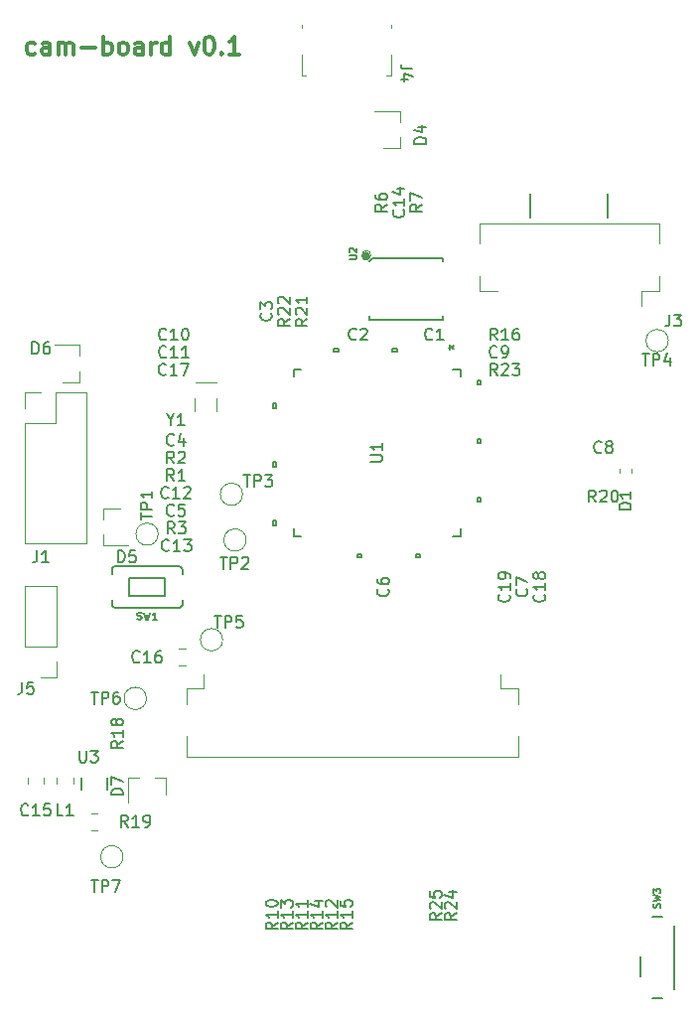
<source format=gto>
G04 #@! TF.GenerationSoftware,KiCad,Pcbnew,5.0.2-bee76a0~70~ubuntu18.10.1*
G04 #@! TF.CreationDate,2019-03-19T21:34:18-05:00*
G04 #@! TF.ProjectId,camboard,63616d62-6f61-4726-942e-6b696361645f,rev?*
G04 #@! TF.SameCoordinates,Original*
G04 #@! TF.FileFunction,Legend,Top*
G04 #@! TF.FilePolarity,Positive*
%FSLAX46Y46*%
G04 Gerber Fmt 4.6, Leading zero omitted, Abs format (unit mm)*
G04 Created by KiCad (PCBNEW 5.0.2-bee76a0~70~ubuntu18.10.1) date Tue 19 Mar 2019 09:34:18 PM CDT*
%MOMM*%
%LPD*%
G01*
G04 APERTURE LIST*
%ADD10C,0.300000*%
%ADD11C,0.150000*%
%ADD12C,0.120000*%
%ADD13C,0.203200*%
%ADD14C,0.152400*%
%ADD15C,0.254000*%
%ADD16C,0.100000*%
%ADD17C,0.127000*%
G04 APERTURE END LIST*
D10*
X-26557142Y39992857D02*
X-26700000Y39921428D01*
X-26985714Y39921428D01*
X-27128571Y39992857D01*
X-27200000Y40064285D01*
X-27271428Y40207142D01*
X-27271428Y40635714D01*
X-27200000Y40778571D01*
X-27128571Y40850000D01*
X-26985714Y40921428D01*
X-26700000Y40921428D01*
X-26557142Y40850000D01*
X-25271428Y39921428D02*
X-25271428Y40707142D01*
X-25342857Y40850000D01*
X-25485714Y40921428D01*
X-25771428Y40921428D01*
X-25914285Y40850000D01*
X-25271428Y39992857D02*
X-25414285Y39921428D01*
X-25771428Y39921428D01*
X-25914285Y39992857D01*
X-25985714Y40135714D01*
X-25985714Y40278571D01*
X-25914285Y40421428D01*
X-25771428Y40492857D01*
X-25414285Y40492857D01*
X-25271428Y40564285D01*
X-24557142Y39921428D02*
X-24557142Y40921428D01*
X-24557142Y40778571D02*
X-24485714Y40850000D01*
X-24342857Y40921428D01*
X-24128571Y40921428D01*
X-23985714Y40850000D01*
X-23914285Y40707142D01*
X-23914285Y39921428D01*
X-23914285Y40707142D02*
X-23842857Y40850000D01*
X-23700000Y40921428D01*
X-23485714Y40921428D01*
X-23342857Y40850000D01*
X-23271428Y40707142D01*
X-23271428Y39921428D01*
X-22557142Y40492857D02*
X-21414285Y40492857D01*
X-20700000Y39921428D02*
X-20700000Y41421428D01*
X-20700000Y40850000D02*
X-20557142Y40921428D01*
X-20271428Y40921428D01*
X-20128571Y40850000D01*
X-20057142Y40778571D01*
X-19985714Y40635714D01*
X-19985714Y40207142D01*
X-20057142Y40064285D01*
X-20128571Y39992857D01*
X-20271428Y39921428D01*
X-20557142Y39921428D01*
X-20700000Y39992857D01*
X-19128571Y39921428D02*
X-19271428Y39992857D01*
X-19342857Y40064285D01*
X-19414285Y40207142D01*
X-19414285Y40635714D01*
X-19342857Y40778571D01*
X-19271428Y40850000D01*
X-19128571Y40921428D01*
X-18914285Y40921428D01*
X-18771428Y40850000D01*
X-18700000Y40778571D01*
X-18628571Y40635714D01*
X-18628571Y40207142D01*
X-18700000Y40064285D01*
X-18771428Y39992857D01*
X-18914285Y39921428D01*
X-19128571Y39921428D01*
X-17342857Y39921428D02*
X-17342857Y40707142D01*
X-17414285Y40850000D01*
X-17557142Y40921428D01*
X-17842857Y40921428D01*
X-17985714Y40850000D01*
X-17342857Y39992857D02*
X-17485714Y39921428D01*
X-17842857Y39921428D01*
X-17985714Y39992857D01*
X-18057142Y40135714D01*
X-18057142Y40278571D01*
X-17985714Y40421428D01*
X-17842857Y40492857D01*
X-17485714Y40492857D01*
X-17342857Y40564285D01*
X-16628571Y39921428D02*
X-16628571Y40921428D01*
X-16628571Y40635714D02*
X-16557142Y40778571D01*
X-16485714Y40850000D01*
X-16342857Y40921428D01*
X-16200000Y40921428D01*
X-15057142Y39921428D02*
X-15057142Y41421428D01*
X-15057142Y39992857D02*
X-15200000Y39921428D01*
X-15485714Y39921428D01*
X-15628571Y39992857D01*
X-15700000Y40064285D01*
X-15771428Y40207142D01*
X-15771428Y40635714D01*
X-15700000Y40778571D01*
X-15628571Y40850000D01*
X-15485714Y40921428D01*
X-15200000Y40921428D01*
X-15057142Y40850000D01*
X-13342857Y40921428D02*
X-12985714Y39921428D01*
X-12628571Y40921428D01*
X-11771428Y41421428D02*
X-11628571Y41421428D01*
X-11485714Y41350000D01*
X-11414285Y41278571D01*
X-11342857Y41135714D01*
X-11271428Y40850000D01*
X-11271428Y40492857D01*
X-11342857Y40207142D01*
X-11414285Y40064285D01*
X-11485714Y39992857D01*
X-11628571Y39921428D01*
X-11771428Y39921428D01*
X-11914285Y39992857D01*
X-11985714Y40064285D01*
X-12057142Y40207142D01*
X-12128571Y40492857D01*
X-12128571Y40850000D01*
X-12057142Y41135714D01*
X-11985714Y41278571D01*
X-11914285Y41350000D01*
X-11771428Y41421428D01*
X-10628571Y40064285D02*
X-10557142Y39992857D01*
X-10628571Y39921428D01*
X-10700000Y39992857D01*
X-10628571Y40064285D01*
X-10628571Y39921428D01*
X-9128571Y39921428D02*
X-9985714Y39921428D01*
X-9557142Y39921428D02*
X-9557142Y41421428D01*
X-9700000Y41207142D01*
X-9842857Y41064285D01*
X-9985714Y40992857D01*
D11*
G04 #@! TO.C,J3*
X22300000Y26000000D02*
X22300000Y28000000D01*
X15700000Y26000000D02*
X15700000Y28000000D01*
D12*
X25160000Y19700000D02*
X26650000Y19700000D01*
X26650000Y19700000D02*
X26650000Y21040000D01*
X12840000Y19700000D02*
X11350000Y19700000D01*
X11350000Y19700000D02*
X11350000Y21040000D01*
X26650000Y23760000D02*
X26650000Y25500000D01*
X26650000Y25500000D02*
X11350000Y25500000D01*
X11350000Y25500000D02*
X11350000Y23760000D01*
X25160000Y19700000D02*
X25160000Y18500000D01*
G04 #@! TO.C,TP4*
X27450000Y15500000D02*
G75*
G03X27450000Y15500000I-950000J0D01*
G01*
G04 #@! TO.C,J2*
X13160000Y-14160000D02*
X13160000Y-12960000D01*
X-13650000Y-14160000D02*
X-13650000Y-15500000D01*
X-13650000Y-18220000D02*
X-13650000Y-19960000D01*
X-12160000Y-14160000D02*
X-12160000Y-12960000D01*
X14650000Y-14160000D02*
X14650000Y-15500000D01*
X14650000Y-19960000D02*
X14650000Y-18220000D01*
X13160000Y-14160000D02*
X14650000Y-14160000D01*
X-13650000Y-19960000D02*
X14650000Y-19960000D01*
X-12160000Y-14160000D02*
X-13650000Y-14160000D01*
G04 #@! TO.C,C15*
X-25790000Y-21741422D02*
X-25790000Y-22258578D01*
X-27210000Y-21741422D02*
X-27210000Y-22258578D01*
G04 #@! TO.C,C16*
X-13741422Y-10790000D02*
X-14258578Y-10790000D01*
X-13741422Y-12210000D02*
X-14258578Y-12210000D01*
G04 #@! TO.C,D1*
X24310000Y4571267D02*
X24310000Y4228733D01*
X23290000Y4571267D02*
X23290000Y4228733D01*
G04 #@! TO.C,D4*
X4570000Y31920000D02*
X4570000Y32850000D01*
X4570000Y35080000D02*
X4570000Y34150000D01*
X4570000Y35080000D02*
X2410000Y35080000D01*
X4570000Y31920000D02*
X3110000Y31920000D01*
G04 #@! TO.C,D5*
X-20760000Y1180000D02*
X-19300000Y1180000D01*
X-20760000Y-1980000D02*
X-18600000Y-1980000D01*
X-20760000Y-1980000D02*
X-20760000Y-1050000D01*
X-20760000Y1180000D02*
X-20760000Y250000D01*
G04 #@! TO.C,D6*
X-22760142Y11979377D02*
X-22760142Y12909377D01*
X-22760142Y15139377D02*
X-22760142Y14209377D01*
X-22760142Y15139377D02*
X-24920142Y15139377D01*
X-22760142Y11979377D02*
X-24220142Y11979377D01*
G04 #@! TO.C,J1*
X-27390142Y-1740623D02*
X-22190142Y-1740623D01*
X-27390142Y8479377D02*
X-27390142Y-1740623D01*
X-22190142Y11079377D02*
X-22190142Y-1740623D01*
X-27390142Y8479377D02*
X-24790142Y8479377D01*
X-24790142Y8479377D02*
X-24790142Y11079377D01*
X-24790142Y11079377D02*
X-22190142Y11079377D01*
X-27390142Y9749377D02*
X-27390142Y11079377D01*
X-27390142Y11079377D02*
X-26060142Y11079377D01*
G04 #@! TO.C,J4*
X-3810000Y38090000D02*
X-3430000Y38090000D01*
X-3810000Y42140000D02*
X-3810000Y42400000D01*
X-3810000Y38090000D02*
X-3810000Y39860000D01*
X3810000Y38090000D02*
X3430000Y38090000D01*
X3810000Y39860000D02*
X3810000Y38090000D01*
X3810000Y42400000D02*
X3810000Y42140000D01*
G04 #@! TO.C,L1*
X-23290000Y-21738748D02*
X-23290000Y-22261252D01*
X-24710000Y-21738748D02*
X-24710000Y-22261252D01*
G04 #@! TO.C,R19*
X-21238748Y-26210000D02*
X-21761252Y-26210000D01*
X-21238748Y-24790000D02*
X-21761252Y-24790000D01*
D13*
G04 #@! TO.C,SW1*
X-14251720Y-7247520D02*
X-19748280Y-7247520D01*
X-19748280Y-3752480D02*
X-14251720Y-3752480D01*
X-14000260Y-4001400D02*
X-14000260Y-4400180D01*
X-14000260Y-6599820D02*
X-14000260Y-6998600D01*
X-19999740Y-6599820D02*
X-19999740Y-6998600D01*
X-19999740Y-4001400D02*
X-19999740Y-4400180D01*
X-15501400Y-6249300D02*
X-18498600Y-6249300D01*
X-18498600Y-4750700D02*
X-15501400Y-4750700D01*
X-15501400Y-4750700D02*
X-15501400Y-6249300D01*
X-18498600Y-4750700D02*
X-18498600Y-6249300D01*
X-14251720Y-7250060D02*
G75*
G03X-14000260Y-6998600I0J251460D01*
G01*
X-19997200Y-6998600D02*
G75*
G03X-19748280Y-7247520I248920J0D01*
G01*
X-19748280Y-3749940D02*
G75*
G03X-19999740Y-4001400I0J-251460D01*
G01*
X-14002800Y-4001400D02*
G75*
G03X-14251720Y-3752480I-248920J0D01*
G01*
G04 #@! TO.C,SW3*
X26926720Y-33625280D02*
X26073280Y-33625280D01*
X26926720Y-40574720D02*
X26073280Y-40574720D01*
X27924940Y-39797480D02*
X27924940Y-34402520D01*
X25075060Y-38725600D02*
X25075060Y-36973000D01*
D12*
G04 #@! TO.C,TP5*
X-10550000Y-10000000D02*
G75*
G03X-10550000Y-10000000I-950000J0D01*
G01*
G04 #@! TO.C,TP6*
X-17050000Y-15000000D02*
G75*
G03X-17050000Y-15000000I-950000J0D01*
G01*
G04 #@! TO.C,TP7*
X-19050000Y-28500000D02*
G75*
G03X-19050000Y-28500000I-950000J0D01*
G01*
D14*
G04 #@! TO.C,U1*
X-4514842Y13064077D02*
X-4514842Y12424275D01*
X-4514842Y-1185323D02*
X-3875040Y-1185323D01*
X9734558Y-1185323D02*
X9734558Y-545521D01*
X9734558Y13064077D02*
X9094756Y13064077D01*
X-3875040Y13064077D02*
X-4514842Y13064077D01*
X-4514842Y-545521D02*
X-4514842Y-1185323D01*
X9094756Y-1185323D02*
X9734558Y-1185323D01*
X9734558Y12424275D02*
X9734558Y13064077D01*
X4300358Y14803977D02*
X3919358Y14803977D01*
X3919358Y14803977D02*
X3919358Y14549977D01*
X3919358Y14549977D02*
X4300358Y14549977D01*
X4300358Y14549977D02*
X4300358Y14803977D01*
X-699643Y14803977D02*
X-1080643Y14803977D01*
X-1080643Y14803977D02*
X-1080643Y14549977D01*
X-1080643Y14549977D02*
X-699643Y14549977D01*
X-699643Y14549977D02*
X-699643Y14803977D01*
X-6000742Y10129877D02*
X-6254742Y10129877D01*
X-6254742Y10129877D02*
X-6254742Y9748877D01*
X-6254742Y9748877D02*
X-6000742Y9748877D01*
X-6000742Y9748877D02*
X-6000742Y10129877D01*
X-6000742Y5129876D02*
X-6254742Y5129876D01*
X-6254742Y5129876D02*
X-6254742Y4748876D01*
X-6254742Y4748876D02*
X-6000742Y4748876D01*
X-6000742Y4748876D02*
X-6000742Y5129876D01*
X-6000742Y129876D02*
X-6254742Y129876D01*
X-6254742Y129876D02*
X-6254742Y-251124D01*
X-6254742Y-251124D02*
X-6000742Y-251124D01*
X-6000742Y-251124D02*
X-6000742Y129876D01*
X1300358Y-2925223D02*
X919358Y-2925223D01*
X919358Y-2925223D02*
X919358Y-2671223D01*
X919358Y-2671223D02*
X1300358Y-2671223D01*
X1300358Y-2671223D02*
X1300358Y-2925223D01*
X6300359Y-2925223D02*
X5919359Y-2925223D01*
X5919359Y-2925223D02*
X5919359Y-2671223D01*
X5919359Y-2671223D02*
X6300359Y-2671223D01*
X6300359Y-2671223D02*
X6300359Y-2925223D01*
X11220458Y2129877D02*
X11474458Y2129877D01*
X11474458Y2129877D02*
X11474458Y1748877D01*
X11474458Y1748877D02*
X11220458Y1748877D01*
X11220458Y1748877D02*
X11220458Y2129877D01*
X11220458Y7129878D02*
X11474458Y7129878D01*
X11474458Y7129878D02*
X11474458Y6748878D01*
X11474458Y6748878D02*
X11220458Y6748878D01*
X11220458Y6748878D02*
X11220458Y7129878D01*
X11220458Y12129878D02*
X11474458Y12129878D01*
X11474458Y12129878D02*
X11474458Y11748878D01*
X11474458Y11748878D02*
X11220458Y11748878D01*
X11220458Y11748878D02*
X11220458Y12129878D01*
D15*
G04 #@! TO.C,U2*
X1905000Y22703377D02*
G75*
G03X1905000Y22703377I-254000J0D01*
G01*
X1778000Y22703377D02*
G75*
G03X1778000Y22703377I-127000J0D01*
G01*
D13*
X8206740Y22535737D02*
X2207260Y22535737D01*
X1953260Y17283017D02*
X8206740Y17283017D01*
X2207260Y22535737D02*
X1953260Y22233477D01*
X1953260Y17585277D02*
X1953260Y17283017D01*
X8206740Y17283017D02*
X8206740Y17585277D01*
X8206740Y22233477D02*
X8206740Y22535737D01*
D16*
X2080260Y22789737D02*
G75*
G03X2080260Y22789737I-381000J0D01*
G01*
D12*
G04 #@! TO.C,Y1*
X-11050000Y10550000D02*
X-11050000Y9450000D01*
X-12950000Y10550000D02*
X-12950000Y9450000D01*
X-11100000Y11950000D02*
X-12900000Y11950000D01*
G04 #@! TO.C,TP1*
X-16050000Y-1000000D02*
G75*
G03X-16050000Y-1000000I-950000J0D01*
G01*
G04 #@! TO.C,TP2*
X-8550000Y-1500000D02*
G75*
G03X-8550000Y-1500000I-950000J0D01*
G01*
G04 #@! TO.C,TP3*
X-8850000Y2400000D02*
G75*
G03X-8850000Y2400000I-950000J0D01*
G01*
G04 #@! TO.C,J5*
X-24730142Y-5430623D02*
X-27390142Y-5430623D01*
X-24730142Y-10570623D02*
X-24730142Y-5430623D01*
X-27390142Y-10570623D02*
X-27390142Y-5430623D01*
X-24730142Y-10570623D02*
X-27390142Y-10570623D01*
X-24730142Y-11840623D02*
X-24730142Y-13170623D01*
X-24730142Y-13170623D02*
X-26060142Y-13170623D01*
G04 #@! TO.C,D7*
X-15420000Y-21740000D02*
X-16350000Y-21740000D01*
X-18580000Y-21740000D02*
X-17650000Y-21740000D01*
X-18580000Y-21740000D02*
X-18580000Y-23900000D01*
X-15420000Y-21740000D02*
X-15420000Y-23200000D01*
D11*
G04 #@! TO.C,U3*
X-20425142Y-21790623D02*
X-20425142Y-22790623D01*
X-22575142Y-21790623D02*
X-22575142Y-22790623D01*
G04 #@! TO.C,J3*
X27556666Y17737619D02*
X27556666Y17023333D01*
X27509047Y16880476D01*
X27413809Y16785238D01*
X27270952Y16737619D01*
X27175714Y16737619D01*
X27937619Y17737619D02*
X28556666Y17737619D01*
X28223333Y17356666D01*
X28366190Y17356666D01*
X28461428Y17309047D01*
X28509047Y17261428D01*
X28556666Y17166190D01*
X28556666Y16928095D01*
X28509047Y16832857D01*
X28461428Y16785238D01*
X28366190Y16737619D01*
X28080476Y16737619D01*
X27985238Y16785238D01*
X27937619Y16832857D01*
G04 #@! TO.C,TP4*
X25238095Y14399619D02*
X25809523Y14399619D01*
X25523809Y13399619D02*
X25523809Y14399619D01*
X26142857Y13399619D02*
X26142857Y14399619D01*
X26523809Y14399619D01*
X26619047Y14352000D01*
X26666666Y14304380D01*
X26714285Y14209142D01*
X26714285Y14066285D01*
X26666666Y13971047D01*
X26619047Y13923428D01*
X26523809Y13875809D01*
X26142857Y13875809D01*
X27571428Y14066285D02*
X27571428Y13399619D01*
X27333333Y14447238D02*
X27095238Y13732952D01*
X27714285Y13732952D01*
G04 #@! TO.C,C1*
X7333333Y15642857D02*
X7285714Y15595238D01*
X7142857Y15547619D01*
X7047619Y15547619D01*
X6904761Y15595238D01*
X6809523Y15690476D01*
X6761904Y15785714D01*
X6714285Y15976190D01*
X6714285Y16119047D01*
X6761904Y16309523D01*
X6809523Y16404761D01*
X6904761Y16500000D01*
X7047619Y16547619D01*
X7142857Y16547619D01*
X7285714Y16500000D01*
X7333333Y16452380D01*
X8285714Y15547619D02*
X7714285Y15547619D01*
X8000000Y15547619D02*
X8000000Y16547619D01*
X7904761Y16404761D01*
X7809523Y16309523D01*
X7714285Y16261904D01*
G04 #@! TO.C,C2*
X833333Y15642857D02*
X785714Y15595238D01*
X642857Y15547619D01*
X547619Y15547619D01*
X404761Y15595238D01*
X309523Y15690476D01*
X261904Y15785714D01*
X214285Y15976190D01*
X214285Y16119047D01*
X261904Y16309523D01*
X309523Y16404761D01*
X404761Y16500000D01*
X547619Y16547619D01*
X642857Y16547619D01*
X785714Y16500000D01*
X833333Y16452380D01*
X1214285Y16452380D02*
X1261904Y16500000D01*
X1357142Y16547619D01*
X1595238Y16547619D01*
X1690476Y16500000D01*
X1738095Y16452380D01*
X1785714Y16357142D01*
X1785714Y16261904D01*
X1738095Y16119047D01*
X1166666Y15547619D01*
X1785714Y15547619D01*
G04 #@! TO.C,C3*
X-6442857Y17833333D02*
X-6395238Y17785714D01*
X-6347619Y17642857D01*
X-6347619Y17547619D01*
X-6395238Y17404761D01*
X-6490476Y17309523D01*
X-6585714Y17261904D01*
X-6776190Y17214285D01*
X-6919047Y17214285D01*
X-7109523Y17261904D01*
X-7204761Y17309523D01*
X-7300000Y17404761D01*
X-7347619Y17547619D01*
X-7347619Y17642857D01*
X-7300000Y17785714D01*
X-7252380Y17833333D01*
X-7347619Y18166666D02*
X-7347619Y18785714D01*
X-6966666Y18452380D01*
X-6966666Y18595238D01*
X-6919047Y18690476D01*
X-6871428Y18738095D01*
X-6776190Y18785714D01*
X-6538095Y18785714D01*
X-6442857Y18738095D01*
X-6395238Y18690476D01*
X-6347619Y18595238D01*
X-6347619Y18309523D01*
X-6395238Y18214285D01*
X-6442857Y18166666D01*
G04 #@! TO.C,C4*
X-14706666Y6642857D02*
X-14754285Y6595238D01*
X-14897142Y6547619D01*
X-14992380Y6547619D01*
X-15135238Y6595238D01*
X-15230476Y6690476D01*
X-15278095Y6785714D01*
X-15325714Y6976190D01*
X-15325714Y7119047D01*
X-15278095Y7309523D01*
X-15230476Y7404761D01*
X-15135238Y7500000D01*
X-14992380Y7547619D01*
X-14897142Y7547619D01*
X-14754285Y7500000D01*
X-14706666Y7452380D01*
X-13849523Y7214285D02*
X-13849523Y6547619D01*
X-14087619Y7595238D02*
X-14325714Y6880952D01*
X-13706666Y6880952D01*
G04 #@! TO.C,C5*
X-14706666Y642857D02*
X-14754285Y595238D01*
X-14897142Y547619D01*
X-14992380Y547619D01*
X-15135238Y595238D01*
X-15230476Y690476D01*
X-15278095Y785714D01*
X-15325714Y976190D01*
X-15325714Y1119047D01*
X-15278095Y1309523D01*
X-15230476Y1404761D01*
X-15135238Y1500000D01*
X-14992380Y1547619D01*
X-14897142Y1547619D01*
X-14754285Y1500000D01*
X-14706666Y1452380D01*
X-13801904Y1547619D02*
X-14278095Y1547619D01*
X-14325714Y1071428D01*
X-14278095Y1119047D01*
X-14182857Y1166666D01*
X-13944761Y1166666D01*
X-13849523Y1119047D01*
X-13801904Y1071428D01*
X-13754285Y976190D01*
X-13754285Y738095D01*
X-13801904Y642857D01*
X-13849523Y595238D01*
X-13944761Y547619D01*
X-14182857Y547619D01*
X-14278095Y595238D01*
X-14325714Y642857D01*
G04 #@! TO.C,C6*
X3527142Y-5666666D02*
X3574761Y-5714285D01*
X3622380Y-5857142D01*
X3622380Y-5952380D01*
X3574761Y-6095238D01*
X3479523Y-6190476D01*
X3384285Y-6238095D01*
X3193809Y-6285714D01*
X3050952Y-6285714D01*
X2860476Y-6238095D01*
X2765238Y-6190476D01*
X2670000Y-6095238D01*
X2622380Y-5952380D01*
X2622380Y-5857142D01*
X2670000Y-5714285D01*
X2717619Y-5666666D01*
X2622380Y-4809523D02*
X2622380Y-5000000D01*
X2670000Y-5095238D01*
X2717619Y-5142857D01*
X2860476Y-5238095D01*
X3050952Y-5285714D01*
X3431904Y-5285714D01*
X3527142Y-5238095D01*
X3574761Y-5190476D01*
X3622380Y-5095238D01*
X3622380Y-4904761D01*
X3574761Y-4809523D01*
X3527142Y-4761904D01*
X3431904Y-4714285D01*
X3193809Y-4714285D01*
X3098571Y-4761904D01*
X3050952Y-4809523D01*
X3003333Y-4904761D01*
X3003333Y-5095238D01*
X3050952Y-5190476D01*
X3098571Y-5238095D01*
X3193809Y-5285714D01*
G04 #@! TO.C,C7*
X15357142Y-5666666D02*
X15404761Y-5714285D01*
X15452380Y-5857142D01*
X15452380Y-5952380D01*
X15404761Y-6095238D01*
X15309523Y-6190476D01*
X15214285Y-6238095D01*
X15023809Y-6285714D01*
X14880952Y-6285714D01*
X14690476Y-6238095D01*
X14595238Y-6190476D01*
X14500000Y-6095238D01*
X14452380Y-5952380D01*
X14452380Y-5857142D01*
X14500000Y-5714285D01*
X14547619Y-5666666D01*
X14452380Y-5333333D02*
X14452380Y-4666666D01*
X15452380Y-5095238D01*
G04 #@! TO.C,C8*
X21733333Y6012857D02*
X21685714Y5965238D01*
X21542857Y5917619D01*
X21447619Y5917619D01*
X21304761Y5965238D01*
X21209523Y6060476D01*
X21161904Y6155714D01*
X21114285Y6346190D01*
X21114285Y6489047D01*
X21161904Y6679523D01*
X21209523Y6774761D01*
X21304761Y6870000D01*
X21447619Y6917619D01*
X21542857Y6917619D01*
X21685714Y6870000D01*
X21733333Y6822380D01*
X22304761Y6489047D02*
X22209523Y6536666D01*
X22161904Y6584285D01*
X22114285Y6679523D01*
X22114285Y6727142D01*
X22161904Y6822380D01*
X22209523Y6870000D01*
X22304761Y6917619D01*
X22495238Y6917619D01*
X22590476Y6870000D01*
X22638095Y6822380D01*
X22685714Y6727142D01*
X22685714Y6679523D01*
X22638095Y6584285D01*
X22590476Y6536666D01*
X22495238Y6489047D01*
X22304761Y6489047D01*
X22209523Y6441428D01*
X22161904Y6393809D01*
X22114285Y6298571D01*
X22114285Y6108095D01*
X22161904Y6012857D01*
X22209523Y5965238D01*
X22304761Y5917619D01*
X22495238Y5917619D01*
X22590476Y5965238D01*
X22638095Y6012857D01*
X22685714Y6108095D01*
X22685714Y6298571D01*
X22638095Y6393809D01*
X22590476Y6441428D01*
X22495238Y6489047D01*
G04 #@! TO.C,C9*
X12833333Y14142857D02*
X12785714Y14095238D01*
X12642857Y14047619D01*
X12547619Y14047619D01*
X12404761Y14095238D01*
X12309523Y14190476D01*
X12261904Y14285714D01*
X12214285Y14476190D01*
X12214285Y14619047D01*
X12261904Y14809523D01*
X12309523Y14904761D01*
X12404761Y15000000D01*
X12547619Y15047619D01*
X12642857Y15047619D01*
X12785714Y15000000D01*
X12833333Y14952380D01*
X13309523Y14047619D02*
X13500000Y14047619D01*
X13595238Y14095238D01*
X13642857Y14142857D01*
X13738095Y14285714D01*
X13785714Y14476190D01*
X13785714Y14857142D01*
X13738095Y14952380D01*
X13690476Y15000000D01*
X13595238Y15047619D01*
X13404761Y15047619D01*
X13309523Y15000000D01*
X13261904Y14952380D01*
X13214285Y14857142D01*
X13214285Y14619047D01*
X13261904Y14523809D01*
X13309523Y14476190D01*
X13404761Y14428571D01*
X13595238Y14428571D01*
X13690476Y14476190D01*
X13738095Y14523809D01*
X13785714Y14619047D01*
G04 #@! TO.C,C10*
X-15357856Y15642857D02*
X-15405475Y15595238D01*
X-15548332Y15547619D01*
X-15643570Y15547619D01*
X-15786427Y15595238D01*
X-15881665Y15690476D01*
X-15929284Y15785714D01*
X-15976903Y15976190D01*
X-15976903Y16119047D01*
X-15929284Y16309523D01*
X-15881665Y16404761D01*
X-15786427Y16500000D01*
X-15643570Y16547619D01*
X-15548332Y16547619D01*
X-15405475Y16500000D01*
X-15357856Y16452380D01*
X-14405475Y15547619D02*
X-14976903Y15547619D01*
X-14691189Y15547619D02*
X-14691189Y16547619D01*
X-14786427Y16404761D01*
X-14881665Y16309523D01*
X-14976903Y16261904D01*
X-13786427Y16547619D02*
X-13691189Y16547619D01*
X-13595951Y16500000D01*
X-13548332Y16452380D01*
X-13500713Y16357142D01*
X-13453094Y16166666D01*
X-13453094Y15928571D01*
X-13500713Y15738095D01*
X-13548332Y15642857D01*
X-13595951Y15595238D01*
X-13691189Y15547619D01*
X-13786427Y15547619D01*
X-13881665Y15595238D01*
X-13929284Y15642857D01*
X-13976903Y15738095D01*
X-14024522Y15928571D01*
X-14024522Y16166666D01*
X-13976903Y16357142D01*
X-13929284Y16452380D01*
X-13881665Y16500000D01*
X-13786427Y16547619D01*
G04 #@! TO.C,C11*
X-15357856Y14142857D02*
X-15405475Y14095238D01*
X-15548332Y14047619D01*
X-15643570Y14047619D01*
X-15786427Y14095238D01*
X-15881665Y14190476D01*
X-15929284Y14285714D01*
X-15976903Y14476190D01*
X-15976903Y14619047D01*
X-15929284Y14809523D01*
X-15881665Y14904761D01*
X-15786427Y15000000D01*
X-15643570Y15047619D01*
X-15548332Y15047619D01*
X-15405475Y15000000D01*
X-15357856Y14952380D01*
X-14405475Y14047619D02*
X-14976903Y14047619D01*
X-14691189Y14047619D02*
X-14691189Y15047619D01*
X-14786427Y14904761D01*
X-14881665Y14809523D01*
X-14976903Y14761904D01*
X-13453094Y14047619D02*
X-14024522Y14047619D01*
X-13738808Y14047619D02*
X-13738808Y15047619D01*
X-13834046Y14904761D01*
X-13929284Y14809523D01*
X-14024522Y14761904D01*
G04 #@! TO.C,C12*
X-15182857Y2142857D02*
X-15230476Y2095238D01*
X-15373333Y2047619D01*
X-15468571Y2047619D01*
X-15611428Y2095238D01*
X-15706666Y2190476D01*
X-15754285Y2285714D01*
X-15801904Y2476190D01*
X-15801904Y2619047D01*
X-15754285Y2809523D01*
X-15706666Y2904761D01*
X-15611428Y3000000D01*
X-15468571Y3047619D01*
X-15373333Y3047619D01*
X-15230476Y3000000D01*
X-15182857Y2952380D01*
X-14230476Y2047619D02*
X-14801904Y2047619D01*
X-14516190Y2047619D02*
X-14516190Y3047619D01*
X-14611428Y2904761D01*
X-14706666Y2809523D01*
X-14801904Y2761904D01*
X-13849523Y2952380D02*
X-13801904Y3000000D01*
X-13706666Y3047619D01*
X-13468571Y3047619D01*
X-13373333Y3000000D01*
X-13325714Y2952380D01*
X-13278095Y2857142D01*
X-13278095Y2761904D01*
X-13325714Y2619047D01*
X-13897142Y2047619D01*
X-13278095Y2047619D01*
G04 #@! TO.C,C13*
X-15142857Y-2357142D02*
X-15190476Y-2404761D01*
X-15333333Y-2452380D01*
X-15428571Y-2452380D01*
X-15571428Y-2404761D01*
X-15666666Y-2309523D01*
X-15714285Y-2214285D01*
X-15761904Y-2023809D01*
X-15761904Y-1880952D01*
X-15714285Y-1690476D01*
X-15666666Y-1595238D01*
X-15571428Y-1500000D01*
X-15428571Y-1452380D01*
X-15333333Y-1452380D01*
X-15190476Y-1500000D01*
X-15142857Y-1547619D01*
X-14190476Y-2452380D02*
X-14761904Y-2452380D01*
X-14476190Y-2452380D02*
X-14476190Y-1452380D01*
X-14571428Y-1595238D01*
X-14666666Y-1690476D01*
X-14761904Y-1738095D01*
X-13857142Y-1452380D02*
X-13238095Y-1452380D01*
X-13571428Y-1833333D01*
X-13428571Y-1833333D01*
X-13333333Y-1880952D01*
X-13285714Y-1928571D01*
X-13238095Y-2023809D01*
X-13238095Y-2261904D01*
X-13285714Y-2357142D01*
X-13333333Y-2404761D01*
X-13428571Y-2452380D01*
X-13714285Y-2452380D01*
X-13809523Y-2404761D01*
X-13857142Y-2357142D01*
G04 #@! TO.C,C14*
X4857142Y26637000D02*
X4904761Y26589381D01*
X4952380Y26446524D01*
X4952380Y26351286D01*
X4904761Y26208429D01*
X4809523Y26113191D01*
X4714285Y26065572D01*
X4523809Y26017953D01*
X4380952Y26017953D01*
X4190476Y26065572D01*
X4095238Y26113191D01*
X4000000Y26208429D01*
X3952380Y26351286D01*
X3952380Y26446524D01*
X4000000Y26589381D01*
X4047619Y26637000D01*
X4952380Y27589381D02*
X4952380Y27017953D01*
X4952380Y27303667D02*
X3952380Y27303667D01*
X4095238Y27208429D01*
X4190476Y27113191D01*
X4238095Y27017953D01*
X4285714Y28446524D02*
X4952380Y28446524D01*
X3904761Y28208429D02*
X4619047Y27970334D01*
X4619047Y28589381D01*
G04 #@! TO.C,C15*
X-27142857Y-24897142D02*
X-27190476Y-24944761D01*
X-27333333Y-24992380D01*
X-27428571Y-24992380D01*
X-27571428Y-24944761D01*
X-27666666Y-24849523D01*
X-27714285Y-24754285D01*
X-27761904Y-24563809D01*
X-27761904Y-24420952D01*
X-27714285Y-24230476D01*
X-27666666Y-24135238D01*
X-27571428Y-24040000D01*
X-27428571Y-23992380D01*
X-27333333Y-23992380D01*
X-27190476Y-24040000D01*
X-27142857Y-24087619D01*
X-26190476Y-24992380D02*
X-26761904Y-24992380D01*
X-26476190Y-24992380D02*
X-26476190Y-23992380D01*
X-26571428Y-24135238D01*
X-26666666Y-24230476D01*
X-26761904Y-24278095D01*
X-25285714Y-23992380D02*
X-25761904Y-23992380D01*
X-25809523Y-24468571D01*
X-25761904Y-24420952D01*
X-25666666Y-24373333D01*
X-25428571Y-24373333D01*
X-25333333Y-24420952D01*
X-25285714Y-24468571D01*
X-25238095Y-24563809D01*
X-25238095Y-24801904D01*
X-25285714Y-24897142D01*
X-25333333Y-24944761D01*
X-25428571Y-24992380D01*
X-25666666Y-24992380D01*
X-25761904Y-24944761D01*
X-25809523Y-24897142D01*
G04 #@! TO.C,C16*
X-17642857Y-11857142D02*
X-17690476Y-11904761D01*
X-17833333Y-11952380D01*
X-17928571Y-11952380D01*
X-18071428Y-11904761D01*
X-18166666Y-11809523D01*
X-18214285Y-11714285D01*
X-18261904Y-11523809D01*
X-18261904Y-11380952D01*
X-18214285Y-11190476D01*
X-18166666Y-11095238D01*
X-18071428Y-11000000D01*
X-17928571Y-10952380D01*
X-17833333Y-10952380D01*
X-17690476Y-11000000D01*
X-17642857Y-11047619D01*
X-16690476Y-11952380D02*
X-17261904Y-11952380D01*
X-16976190Y-11952380D02*
X-16976190Y-10952380D01*
X-17071428Y-11095238D01*
X-17166666Y-11190476D01*
X-17261904Y-11238095D01*
X-15833333Y-10952380D02*
X-16023809Y-10952380D01*
X-16119047Y-11000000D01*
X-16166666Y-11047619D01*
X-16261904Y-11190476D01*
X-16309523Y-11380952D01*
X-16309523Y-11761904D01*
X-16261904Y-11857142D01*
X-16214285Y-11904761D01*
X-16119047Y-11952380D01*
X-15928571Y-11952380D01*
X-15833333Y-11904761D01*
X-15785714Y-11857142D01*
X-15738095Y-11761904D01*
X-15738095Y-11523809D01*
X-15785714Y-11428571D01*
X-15833333Y-11380952D01*
X-15928571Y-11333333D01*
X-16119047Y-11333333D01*
X-16214285Y-11380952D01*
X-16261904Y-11428571D01*
X-16309523Y-11523809D01*
G04 #@! TO.C,C17*
X-15397853Y12642857D02*
X-15445472Y12595238D01*
X-15588329Y12547619D01*
X-15683567Y12547619D01*
X-15826424Y12595238D01*
X-15921662Y12690476D01*
X-15969281Y12785714D01*
X-16016900Y12976190D01*
X-16016900Y13119047D01*
X-15969281Y13309523D01*
X-15921662Y13404761D01*
X-15826424Y13500000D01*
X-15683567Y13547619D01*
X-15588329Y13547619D01*
X-15445472Y13500000D01*
X-15397853Y13452380D01*
X-14445472Y12547619D02*
X-15016900Y12547619D01*
X-14731186Y12547619D02*
X-14731186Y13547619D01*
X-14826424Y13404761D01*
X-14921662Y13309523D01*
X-15016900Y13261904D01*
X-14112138Y13547619D02*
X-13445472Y13547619D01*
X-13874043Y12547619D01*
G04 #@! TO.C,D1*
X24252380Y1121904D02*
X23252380Y1121904D01*
X23252380Y1360000D01*
X23300000Y1502857D01*
X23395238Y1598095D01*
X23490476Y1645714D01*
X23680952Y1693333D01*
X23823809Y1693333D01*
X24014285Y1645714D01*
X24109523Y1598095D01*
X24204761Y1502857D01*
X24252380Y1360000D01*
X24252380Y1121904D01*
X24252380Y2645714D02*
X24252380Y2074285D01*
X24252380Y2360000D02*
X23252380Y2360000D01*
X23395238Y2264761D01*
X23490476Y2169523D01*
X23538095Y2074285D01*
G04 #@! TO.C,D4*
X6802380Y32281904D02*
X5802380Y32281904D01*
X5802380Y32520000D01*
X5850000Y32662857D01*
X5945238Y32758095D01*
X6040476Y32805714D01*
X6230952Y32853333D01*
X6373809Y32853333D01*
X6564285Y32805714D01*
X6659523Y32758095D01*
X6754761Y32662857D01*
X6802380Y32520000D01*
X6802380Y32281904D01*
X6135714Y33710476D02*
X6802380Y33710476D01*
X5754761Y33472380D02*
X6469047Y33234285D01*
X6469047Y33853333D01*
G04 #@! TO.C,D5*
X-19468095Y-3392380D02*
X-19468095Y-2392380D01*
X-19230000Y-2392380D01*
X-19087142Y-2440000D01*
X-18991904Y-2535238D01*
X-18944285Y-2630476D01*
X-18896666Y-2820952D01*
X-18896666Y-2963809D01*
X-18944285Y-3154285D01*
X-18991904Y-3249523D01*
X-19087142Y-3344761D01*
X-19230000Y-3392380D01*
X-19468095Y-3392380D01*
X-17991904Y-2392380D02*
X-18468095Y-2392380D01*
X-18515714Y-2868571D01*
X-18468095Y-2820952D01*
X-18372857Y-2773333D01*
X-18134761Y-2773333D01*
X-18039523Y-2820952D01*
X-17991904Y-2868571D01*
X-17944285Y-2963809D01*
X-17944285Y-3201904D01*
X-17991904Y-3297142D01*
X-18039523Y-3344761D01*
X-18134761Y-3392380D01*
X-18372857Y-3392380D01*
X-18468095Y-3344761D01*
X-18515714Y-3297142D01*
G04 #@! TO.C,D6*
X-26798237Y14376996D02*
X-26798237Y15376996D01*
X-26560142Y15376996D01*
X-26417284Y15329377D01*
X-26322046Y15234138D01*
X-26274427Y15138900D01*
X-26226808Y14948424D01*
X-26226808Y14805567D01*
X-26274427Y14615091D01*
X-26322046Y14519853D01*
X-26417284Y14424615D01*
X-26560142Y14376996D01*
X-26798237Y14376996D01*
X-25369665Y15376996D02*
X-25560142Y15376996D01*
X-25655380Y15329377D01*
X-25702999Y15281757D01*
X-25798237Y15138900D01*
X-25845856Y14948424D01*
X-25845856Y14567472D01*
X-25798237Y14472234D01*
X-25750618Y14424615D01*
X-25655380Y14376996D01*
X-25464903Y14376996D01*
X-25369665Y14424615D01*
X-25322046Y14472234D01*
X-25274427Y14567472D01*
X-25274427Y14805567D01*
X-25322046Y14900805D01*
X-25369665Y14948424D01*
X-25464903Y14996043D01*
X-25655380Y14996043D01*
X-25750618Y14948424D01*
X-25798237Y14900805D01*
X-25845856Y14805567D01*
G04 #@! TO.C,J1*
X-26393475Y-2403003D02*
X-26393475Y-3117289D01*
X-26441094Y-3260146D01*
X-26536332Y-3355384D01*
X-26679189Y-3403003D01*
X-26774427Y-3403003D01*
X-25393475Y-3403003D02*
X-25964903Y-3403003D01*
X-25679189Y-3403003D02*
X-25679189Y-2403003D01*
X-25774427Y-2545861D01*
X-25869665Y-2641099D01*
X-25964903Y-2688718D01*
G04 #@! TO.C,J4*
X5627619Y38673333D02*
X4913333Y38673333D01*
X4770476Y38720952D01*
X4675238Y38816190D01*
X4627619Y38959047D01*
X4627619Y39054285D01*
X5294285Y37768571D02*
X4627619Y37768571D01*
X5675238Y38006666D02*
X4960952Y38244761D01*
X4960952Y37625714D01*
G04 #@! TO.C,L1*
X-24166666Y-24992380D02*
X-24642857Y-24992380D01*
X-24642857Y-23992380D01*
X-23309523Y-24992380D02*
X-23880952Y-24992380D01*
X-23595238Y-24992380D02*
X-23595238Y-23992380D01*
X-23690476Y-24135238D01*
X-23785714Y-24230476D01*
X-23880952Y-24278095D01*
G04 #@! TO.C,R1*
X-14706666Y3547619D02*
X-15040000Y4023809D01*
X-15278095Y3547619D02*
X-15278095Y4547619D01*
X-14897142Y4547619D01*
X-14801904Y4500000D01*
X-14754285Y4452380D01*
X-14706666Y4357142D01*
X-14706666Y4214285D01*
X-14754285Y4119047D01*
X-14801904Y4071428D01*
X-14897142Y4023809D01*
X-15278095Y4023809D01*
X-13754285Y3547619D02*
X-14325714Y3547619D01*
X-14040000Y3547619D02*
X-14040000Y4547619D01*
X-14135238Y4404761D01*
X-14230476Y4309523D01*
X-14325714Y4261904D01*
G04 #@! TO.C,R2*
X-14706666Y5047619D02*
X-15040000Y5523809D01*
X-15278095Y5047619D02*
X-15278095Y6047619D01*
X-14897142Y6047619D01*
X-14801904Y6000000D01*
X-14754285Y5952380D01*
X-14706666Y5857142D01*
X-14706666Y5714285D01*
X-14754285Y5619047D01*
X-14801904Y5571428D01*
X-14897142Y5523809D01*
X-15278095Y5523809D01*
X-14325714Y5952380D02*
X-14278095Y6000000D01*
X-14182857Y6047619D01*
X-13944761Y6047619D01*
X-13849523Y6000000D01*
X-13801904Y5952380D01*
X-13754285Y5857142D01*
X-13754285Y5761904D01*
X-13801904Y5619047D01*
X-14373333Y5047619D01*
X-13754285Y5047619D01*
G04 #@! TO.C,R3*
X-14666666Y-952380D02*
X-15000000Y-476190D01*
X-15238095Y-952380D02*
X-15238095Y47619D01*
X-14857142Y47619D01*
X-14761904Y0D01*
X-14714285Y-47619D01*
X-14666666Y-142857D01*
X-14666666Y-285714D01*
X-14714285Y-380952D01*
X-14761904Y-428571D01*
X-14857142Y-476190D01*
X-15238095Y-476190D01*
X-14333333Y47619D02*
X-13714285Y47619D01*
X-14047619Y-333333D01*
X-13904761Y-333333D01*
X-13809523Y-380952D01*
X-13761904Y-428571D01*
X-13714285Y-523809D01*
X-13714285Y-761904D01*
X-13761904Y-857142D01*
X-13809523Y-904761D01*
X-13904761Y-952380D01*
X-14190476Y-952380D01*
X-14285714Y-904761D01*
X-14333333Y-857142D01*
G04 #@! TO.C,R6*
X3452380Y27113191D02*
X2976190Y26779858D01*
X3452380Y26541762D02*
X2452380Y26541762D01*
X2452380Y26922715D01*
X2500000Y27017953D01*
X2547619Y27065572D01*
X2642857Y27113191D01*
X2785714Y27113191D01*
X2880952Y27065572D01*
X2928571Y27017953D01*
X2976190Y26922715D01*
X2976190Y26541762D01*
X2452380Y27970334D02*
X2452380Y27779858D01*
X2500000Y27684619D01*
X2547619Y27637000D01*
X2690476Y27541762D01*
X2880952Y27494143D01*
X3261904Y27494143D01*
X3357142Y27541762D01*
X3404761Y27589381D01*
X3452380Y27684619D01*
X3452380Y27875096D01*
X3404761Y27970334D01*
X3357142Y28017953D01*
X3261904Y28065572D01*
X3023809Y28065572D01*
X2928571Y28017953D01*
X2880952Y27970334D01*
X2833333Y27875096D01*
X2833333Y27684619D01*
X2880952Y27589381D01*
X2928571Y27541762D01*
X3023809Y27494143D01*
G04 #@! TO.C,R7*
X6452380Y27113191D02*
X5976190Y26779858D01*
X6452380Y26541762D02*
X5452380Y26541762D01*
X5452380Y26922715D01*
X5500000Y27017953D01*
X5547619Y27065572D01*
X5642857Y27113191D01*
X5785714Y27113191D01*
X5880952Y27065572D01*
X5928571Y27017953D01*
X5976190Y26922715D01*
X5976190Y26541762D01*
X5452380Y27446524D02*
X5452380Y28113191D01*
X6452380Y27684619D01*
G04 #@! TO.C,R10*
X-5872761Y-34093480D02*
X-6348951Y-34426813D01*
X-5872761Y-34664908D02*
X-6872761Y-34664908D01*
X-6872761Y-34283956D01*
X-6825142Y-34188718D01*
X-6777522Y-34141099D01*
X-6682284Y-34093480D01*
X-6539427Y-34093480D01*
X-6444189Y-34141099D01*
X-6396570Y-34188718D01*
X-6348951Y-34283956D01*
X-6348951Y-34664908D01*
X-5872761Y-33141099D02*
X-5872761Y-33712527D01*
X-5872761Y-33426813D02*
X-6872761Y-33426813D01*
X-6729903Y-33522051D01*
X-6634665Y-33617289D01*
X-6587046Y-33712527D01*
X-6872761Y-32522051D02*
X-6872761Y-32426813D01*
X-6825142Y-32331575D01*
X-6777522Y-32283956D01*
X-6682284Y-32236337D01*
X-6491808Y-32188718D01*
X-6253713Y-32188718D01*
X-6063237Y-32236337D01*
X-5967999Y-32283956D01*
X-5920380Y-32331575D01*
X-5872761Y-32426813D01*
X-5872761Y-32522051D01*
X-5920380Y-32617289D01*
X-5967999Y-32664908D01*
X-6063237Y-32712527D01*
X-6253713Y-32760146D01*
X-6491808Y-32760146D01*
X-6682284Y-32712527D01*
X-6777522Y-32664908D01*
X-6825142Y-32617289D01*
X-6872761Y-32522051D01*
G04 #@! TO.C,R11*
X-3332761Y-34093480D02*
X-3808951Y-34426813D01*
X-3332761Y-34664908D02*
X-4332761Y-34664908D01*
X-4332761Y-34283956D01*
X-4285142Y-34188718D01*
X-4237522Y-34141099D01*
X-4142284Y-34093480D01*
X-3999427Y-34093480D01*
X-3904189Y-34141099D01*
X-3856570Y-34188718D01*
X-3808951Y-34283956D01*
X-3808951Y-34664908D01*
X-3332761Y-33141099D02*
X-3332761Y-33712527D01*
X-3332761Y-33426813D02*
X-4332761Y-33426813D01*
X-4189903Y-33522051D01*
X-4094665Y-33617289D01*
X-4047046Y-33712527D01*
X-3332761Y-32188718D02*
X-3332761Y-32760146D01*
X-3332761Y-32474432D02*
X-4332761Y-32474432D01*
X-4189903Y-32569670D01*
X-4094665Y-32664908D01*
X-4047046Y-32760146D01*
G04 #@! TO.C,R12*
X-792761Y-34093480D02*
X-1268951Y-34426813D01*
X-792761Y-34664908D02*
X-1792761Y-34664908D01*
X-1792761Y-34283956D01*
X-1745142Y-34188718D01*
X-1697522Y-34141099D01*
X-1602284Y-34093480D01*
X-1459427Y-34093480D01*
X-1364189Y-34141099D01*
X-1316570Y-34188718D01*
X-1268951Y-34283956D01*
X-1268951Y-34664908D01*
X-792761Y-33141099D02*
X-792761Y-33712527D01*
X-792761Y-33426813D02*
X-1792761Y-33426813D01*
X-1649903Y-33522051D01*
X-1554665Y-33617289D01*
X-1507046Y-33712527D01*
X-1697522Y-32760146D02*
X-1745142Y-32712527D01*
X-1792761Y-32617289D01*
X-1792761Y-32379194D01*
X-1745142Y-32283956D01*
X-1697522Y-32236337D01*
X-1602284Y-32188718D01*
X-1507046Y-32188718D01*
X-1364189Y-32236337D01*
X-792761Y-32807765D01*
X-792761Y-32188718D01*
G04 #@! TO.C,R13*
X-4602761Y-34093480D02*
X-5078951Y-34426813D01*
X-4602761Y-34664908D02*
X-5602761Y-34664908D01*
X-5602761Y-34283956D01*
X-5555142Y-34188718D01*
X-5507522Y-34141099D01*
X-5412284Y-34093480D01*
X-5269427Y-34093480D01*
X-5174189Y-34141099D01*
X-5126570Y-34188718D01*
X-5078951Y-34283956D01*
X-5078951Y-34664908D01*
X-4602761Y-33141099D02*
X-4602761Y-33712527D01*
X-4602761Y-33426813D02*
X-5602761Y-33426813D01*
X-5459903Y-33522051D01*
X-5364665Y-33617289D01*
X-5317046Y-33712527D01*
X-5602761Y-32807765D02*
X-5602761Y-32188718D01*
X-5221808Y-32522051D01*
X-5221808Y-32379194D01*
X-5174189Y-32283956D01*
X-5126570Y-32236337D01*
X-5031332Y-32188718D01*
X-4793237Y-32188718D01*
X-4697999Y-32236337D01*
X-4650380Y-32283956D01*
X-4602761Y-32379194D01*
X-4602761Y-32664908D01*
X-4650380Y-32760146D01*
X-4697999Y-32807765D01*
G04 #@! TO.C,R14*
X-2062761Y-34093480D02*
X-2538951Y-34426813D01*
X-2062761Y-34664908D02*
X-3062761Y-34664908D01*
X-3062761Y-34283956D01*
X-3015142Y-34188718D01*
X-2967522Y-34141099D01*
X-2872284Y-34093480D01*
X-2729427Y-34093480D01*
X-2634189Y-34141099D01*
X-2586570Y-34188718D01*
X-2538951Y-34283956D01*
X-2538951Y-34664908D01*
X-2062761Y-33141099D02*
X-2062761Y-33712527D01*
X-2062761Y-33426813D02*
X-3062761Y-33426813D01*
X-2919903Y-33522051D01*
X-2824665Y-33617289D01*
X-2777046Y-33712527D01*
X-2729427Y-32283956D02*
X-2062761Y-32283956D01*
X-3110380Y-32522051D02*
X-2396094Y-32760146D01*
X-2396094Y-32141099D01*
G04 #@! TO.C,R15*
X477238Y-34093480D02*
X1048Y-34426813D01*
X477238Y-34664908D02*
X-522761Y-34664908D01*
X-522761Y-34283956D01*
X-475142Y-34188718D01*
X-427522Y-34141099D01*
X-332284Y-34093480D01*
X-189427Y-34093480D01*
X-94189Y-34141099D01*
X-46570Y-34188718D01*
X1048Y-34283956D01*
X1048Y-34664908D01*
X477238Y-33141099D02*
X477238Y-33712527D01*
X477238Y-33426813D02*
X-522761Y-33426813D01*
X-379903Y-33522051D01*
X-284665Y-33617289D01*
X-237046Y-33712527D01*
X-522761Y-32236337D02*
X-522761Y-32712527D01*
X-46570Y-32760146D01*
X-94189Y-32712527D01*
X-141808Y-32617289D01*
X-141808Y-32379194D01*
X-94189Y-32283956D01*
X-46570Y-32236337D01*
X48667Y-32188718D01*
X286762Y-32188718D01*
X382000Y-32236337D01*
X429619Y-32283956D01*
X477238Y-32379194D01*
X477238Y-32617289D01*
X429619Y-32712527D01*
X382000Y-32760146D01*
G04 #@! TO.C,R16*
X12857142Y15547619D02*
X12523809Y16023809D01*
X12285714Y15547619D02*
X12285714Y16547619D01*
X12666666Y16547619D01*
X12761904Y16500000D01*
X12809523Y16452380D01*
X12857142Y16357142D01*
X12857142Y16214285D01*
X12809523Y16119047D01*
X12761904Y16071428D01*
X12666666Y16023809D01*
X12285714Y16023809D01*
X13809523Y15547619D02*
X13238095Y15547619D01*
X13523809Y15547619D02*
X13523809Y16547619D01*
X13428571Y16404761D01*
X13333333Y16309523D01*
X13238095Y16261904D01*
X14666666Y16547619D02*
X14476190Y16547619D01*
X14380952Y16500000D01*
X14333333Y16452380D01*
X14238095Y16309523D01*
X14190476Y16119047D01*
X14190476Y15738095D01*
X14238095Y15642857D01*
X14285714Y15595238D01*
X14380952Y15547619D01*
X14571428Y15547619D01*
X14666666Y15595238D01*
X14714285Y15642857D01*
X14761904Y15738095D01*
X14761904Y15976190D01*
X14714285Y16071428D01*
X14666666Y16119047D01*
X14571428Y16166666D01*
X14380952Y16166666D01*
X14285714Y16119047D01*
X14238095Y16071428D01*
X14190476Y15976190D01*
G04 #@! TO.C,R18*
X-19047619Y-18642857D02*
X-19523809Y-18976190D01*
X-19047619Y-19214285D02*
X-20047619Y-19214285D01*
X-20047619Y-18833333D01*
X-20000000Y-18738095D01*
X-19952380Y-18690476D01*
X-19857142Y-18642857D01*
X-19714285Y-18642857D01*
X-19619047Y-18690476D01*
X-19571428Y-18738095D01*
X-19523809Y-18833333D01*
X-19523809Y-19214285D01*
X-19047619Y-17690476D02*
X-19047619Y-18261904D01*
X-19047619Y-17976190D02*
X-20047619Y-17976190D01*
X-19904761Y-18071428D01*
X-19809523Y-18166666D01*
X-19761904Y-18261904D01*
X-19619047Y-17119047D02*
X-19666666Y-17214285D01*
X-19714285Y-17261904D01*
X-19809523Y-17309523D01*
X-19857142Y-17309523D01*
X-19952380Y-17261904D01*
X-20000000Y-17214285D01*
X-20047619Y-17119047D01*
X-20047619Y-16928571D01*
X-20000000Y-16833333D01*
X-19952380Y-16785714D01*
X-19857142Y-16738095D01*
X-19809523Y-16738095D01*
X-19714285Y-16785714D01*
X-19666666Y-16833333D01*
X-19619047Y-16928571D01*
X-19619047Y-17119047D01*
X-19571428Y-17214285D01*
X-19523809Y-17261904D01*
X-19428571Y-17309523D01*
X-19238095Y-17309523D01*
X-19142857Y-17261904D01*
X-19095238Y-17214285D01*
X-19047619Y-17119047D01*
X-19047619Y-16928571D01*
X-19095238Y-16833333D01*
X-19142857Y-16785714D01*
X-19238095Y-16738095D01*
X-19428571Y-16738095D01*
X-19523809Y-16785714D01*
X-19571428Y-16833333D01*
X-19619047Y-16928571D01*
G04 #@! TO.C,R19*
X-18642857Y-25952380D02*
X-18976190Y-25476190D01*
X-19214285Y-25952380D02*
X-19214285Y-24952380D01*
X-18833333Y-24952380D01*
X-18738095Y-25000000D01*
X-18690476Y-25047619D01*
X-18642857Y-25142857D01*
X-18642857Y-25285714D01*
X-18690476Y-25380952D01*
X-18738095Y-25428571D01*
X-18833333Y-25476190D01*
X-19214285Y-25476190D01*
X-17690476Y-25952380D02*
X-18261904Y-25952380D01*
X-17976190Y-25952380D02*
X-17976190Y-24952380D01*
X-18071428Y-25095238D01*
X-18166666Y-25190476D01*
X-18261904Y-25238095D01*
X-17214285Y-25952380D02*
X-17023809Y-25952380D01*
X-16928571Y-25904761D01*
X-16880952Y-25857142D01*
X-16785714Y-25714285D01*
X-16738095Y-25523809D01*
X-16738095Y-25142857D01*
X-16785714Y-25047619D01*
X-16833333Y-25000000D01*
X-16928571Y-24952380D01*
X-17119047Y-24952380D01*
X-17214285Y-25000000D01*
X-17261904Y-25047619D01*
X-17309523Y-25142857D01*
X-17309523Y-25380952D01*
X-17261904Y-25476190D01*
X-17214285Y-25523809D01*
X-17119047Y-25571428D01*
X-16928571Y-25571428D01*
X-16833333Y-25523809D01*
X-16785714Y-25476190D01*
X-16738095Y-25380952D01*
G04 #@! TO.C,R20*
X21257142Y1747619D02*
X20923809Y2223809D01*
X20685714Y1747619D02*
X20685714Y2747619D01*
X21066666Y2747619D01*
X21161904Y2700000D01*
X21209523Y2652380D01*
X21257142Y2557142D01*
X21257142Y2414285D01*
X21209523Y2319047D01*
X21161904Y2271428D01*
X21066666Y2223809D01*
X20685714Y2223809D01*
X21638095Y2652380D02*
X21685714Y2700000D01*
X21780952Y2747619D01*
X22019047Y2747619D01*
X22114285Y2700000D01*
X22161904Y2652380D01*
X22209523Y2557142D01*
X22209523Y2461904D01*
X22161904Y2319047D01*
X21590476Y1747619D01*
X22209523Y1747619D01*
X22828571Y2747619D02*
X22923809Y2747619D01*
X23019047Y2700000D01*
X23066666Y2652380D01*
X23114285Y2557142D01*
X23161904Y2366666D01*
X23161904Y2128571D01*
X23114285Y1938095D01*
X23066666Y1842857D01*
X23019047Y1795238D01*
X22923809Y1747619D01*
X22828571Y1747619D01*
X22733333Y1795238D01*
X22685714Y1842857D01*
X22638095Y1938095D01*
X22590476Y2128571D01*
X22590476Y2366666D01*
X22638095Y2557142D01*
X22685714Y2652380D01*
X22733333Y2700000D01*
X22828571Y2747619D01*
G04 #@! TO.C,R21*
X-3347619Y17357142D02*
X-3823809Y17023809D01*
X-3347619Y16785714D02*
X-4347619Y16785714D01*
X-4347619Y17166666D01*
X-4300000Y17261904D01*
X-4252380Y17309523D01*
X-4157142Y17357142D01*
X-4014285Y17357142D01*
X-3919047Y17309523D01*
X-3871428Y17261904D01*
X-3823809Y17166666D01*
X-3823809Y16785714D01*
X-4252380Y17738095D02*
X-4300000Y17785714D01*
X-4347619Y17880952D01*
X-4347619Y18119047D01*
X-4300000Y18214285D01*
X-4252380Y18261904D01*
X-4157142Y18309523D01*
X-4061904Y18309523D01*
X-3919047Y18261904D01*
X-3347619Y17690476D01*
X-3347619Y18309523D01*
X-3347619Y19261904D02*
X-3347619Y18690476D01*
X-3347619Y18976190D02*
X-4347619Y18976190D01*
X-4204761Y18880952D01*
X-4109523Y18785714D01*
X-4061904Y18690476D01*
G04 #@! TO.C,R22*
X-4847619Y17357142D02*
X-5323809Y17023809D01*
X-4847619Y16785714D02*
X-5847619Y16785714D01*
X-5847619Y17166666D01*
X-5800000Y17261904D01*
X-5752380Y17309523D01*
X-5657142Y17357142D01*
X-5514285Y17357142D01*
X-5419047Y17309523D01*
X-5371428Y17261904D01*
X-5323809Y17166666D01*
X-5323809Y16785714D01*
X-5752380Y17738095D02*
X-5800000Y17785714D01*
X-5847619Y17880952D01*
X-5847619Y18119047D01*
X-5800000Y18214285D01*
X-5752380Y18261904D01*
X-5657142Y18309523D01*
X-5561904Y18309523D01*
X-5419047Y18261904D01*
X-4847619Y17690476D01*
X-4847619Y18309523D01*
X-5752380Y18690476D02*
X-5800000Y18738095D01*
X-5847619Y18833333D01*
X-5847619Y19071428D01*
X-5800000Y19166666D01*
X-5752380Y19214285D01*
X-5657142Y19261904D01*
X-5561904Y19261904D01*
X-5419047Y19214285D01*
X-4847619Y18642857D01*
X-4847619Y19261904D01*
G04 #@! TO.C,R23*
X12857142Y12547619D02*
X12523809Y13023809D01*
X12285714Y12547619D02*
X12285714Y13547619D01*
X12666666Y13547619D01*
X12761904Y13500000D01*
X12809523Y13452380D01*
X12857142Y13357142D01*
X12857142Y13214285D01*
X12809523Y13119047D01*
X12761904Y13071428D01*
X12666666Y13023809D01*
X12285714Y13023809D01*
X13238095Y13452380D02*
X13285714Y13500000D01*
X13380952Y13547619D01*
X13619047Y13547619D01*
X13714285Y13500000D01*
X13761904Y13452380D01*
X13809523Y13357142D01*
X13809523Y13261904D01*
X13761904Y13119047D01*
X13190476Y12547619D01*
X13809523Y12547619D01*
X14142857Y13547619D02*
X14761904Y13547619D01*
X14428571Y13166666D01*
X14571428Y13166666D01*
X14666666Y13119047D01*
X14714285Y13071428D01*
X14761904Y12976190D01*
X14761904Y12738095D01*
X14714285Y12642857D01*
X14666666Y12595238D01*
X14571428Y12547619D01*
X14285714Y12547619D01*
X14190476Y12595238D01*
X14142857Y12642857D01*
G04 #@! TO.C,R24*
X9367238Y-33308480D02*
X8891048Y-33641813D01*
X9367238Y-33879908D02*
X8367238Y-33879908D01*
X8367238Y-33498956D01*
X8414858Y-33403718D01*
X8462477Y-33356099D01*
X8557715Y-33308480D01*
X8700572Y-33308480D01*
X8795810Y-33356099D01*
X8843429Y-33403718D01*
X8891048Y-33498956D01*
X8891048Y-33879908D01*
X8462477Y-32927527D02*
X8414858Y-32879908D01*
X8367238Y-32784670D01*
X8367238Y-32546575D01*
X8414858Y-32451337D01*
X8462477Y-32403718D01*
X8557715Y-32356099D01*
X8652953Y-32356099D01*
X8795810Y-32403718D01*
X9367238Y-32975146D01*
X9367238Y-32356099D01*
X8700572Y-31498956D02*
X9367238Y-31498956D01*
X8319619Y-31737051D02*
X9033905Y-31975146D01*
X9033905Y-31356099D01*
G04 #@! TO.C,R25*
X8097238Y-33308480D02*
X7621048Y-33641813D01*
X8097238Y-33879908D02*
X7097238Y-33879908D01*
X7097238Y-33498956D01*
X7144858Y-33403718D01*
X7192477Y-33356099D01*
X7287715Y-33308480D01*
X7430572Y-33308480D01*
X7525810Y-33356099D01*
X7573429Y-33403718D01*
X7621048Y-33498956D01*
X7621048Y-33879908D01*
X7192477Y-32927527D02*
X7144858Y-32879908D01*
X7097238Y-32784670D01*
X7097238Y-32546575D01*
X7144858Y-32451337D01*
X7192477Y-32403718D01*
X7287715Y-32356099D01*
X7382953Y-32356099D01*
X7525810Y-32403718D01*
X8097238Y-32975146D01*
X8097238Y-32356099D01*
X7097238Y-31451337D02*
X7097238Y-31927527D01*
X7573429Y-31975146D01*
X7525810Y-31927527D01*
X7478191Y-31832289D01*
X7478191Y-31594194D01*
X7525810Y-31498956D01*
X7573429Y-31451337D01*
X7668667Y-31403718D01*
X7906762Y-31403718D01*
X8002000Y-31451337D01*
X8049619Y-31498956D01*
X8097238Y-31594194D01*
X8097238Y-31832289D01*
X8049619Y-31927527D01*
X8002000Y-31975146D01*
G04 #@! TO.C,SW1*
D17*
X-17812800Y-8246742D02*
X-17725714Y-8275771D01*
X-17580571Y-8275771D01*
X-17522514Y-8246742D01*
X-17493485Y-8217714D01*
X-17464457Y-8159657D01*
X-17464457Y-8101600D01*
X-17493485Y-8043542D01*
X-17522514Y-8014514D01*
X-17580571Y-7985485D01*
X-17696685Y-7956457D01*
X-17754742Y-7927428D01*
X-17783771Y-7898400D01*
X-17812800Y-7840342D01*
X-17812800Y-7782285D01*
X-17783771Y-7724228D01*
X-17754742Y-7695200D01*
X-17696685Y-7666171D01*
X-17551542Y-7666171D01*
X-17464457Y-7695200D01*
X-17261257Y-7666171D02*
X-17116114Y-8275771D01*
X-17000000Y-7840342D01*
X-16883885Y-8275771D01*
X-16738742Y-7666171D01*
X-16187200Y-8275771D02*
X-16535542Y-8275771D01*
X-16361371Y-8275771D02*
X-16361371Y-7666171D01*
X-16419428Y-7753257D01*
X-16477485Y-7811314D01*
X-16535542Y-7840342D01*
G04 #@! TO.C,SW3*
X26746742Y-32832800D02*
X26775771Y-32745714D01*
X26775771Y-32600571D01*
X26746742Y-32542514D01*
X26717714Y-32513485D01*
X26659657Y-32484457D01*
X26601600Y-32484457D01*
X26543542Y-32513485D01*
X26514514Y-32542514D01*
X26485485Y-32600571D01*
X26456457Y-32716685D01*
X26427428Y-32774742D01*
X26398400Y-32803771D01*
X26340342Y-32832800D01*
X26282285Y-32832800D01*
X26224228Y-32803771D01*
X26195200Y-32774742D01*
X26166171Y-32716685D01*
X26166171Y-32571542D01*
X26195200Y-32484457D01*
X26166171Y-32281257D02*
X26775771Y-32136114D01*
X26340342Y-32020000D01*
X26775771Y-31903885D01*
X26166171Y-31758742D01*
X26166171Y-31584571D02*
X26166171Y-31207200D01*
X26398400Y-31410400D01*
X26398400Y-31323314D01*
X26427428Y-31265257D01*
X26456457Y-31236228D01*
X26514514Y-31207200D01*
X26659657Y-31207200D01*
X26717714Y-31236228D01*
X26746742Y-31265257D01*
X26775771Y-31323314D01*
X26775771Y-31497485D01*
X26746742Y-31555542D01*
X26717714Y-31584571D01*
G04 #@! TO.C,TP5*
D11*
X-11261904Y-7952380D02*
X-10690476Y-7952380D01*
X-10976190Y-8952380D02*
X-10976190Y-7952380D01*
X-10357142Y-8952380D02*
X-10357142Y-7952380D01*
X-9976190Y-7952380D01*
X-9880952Y-8000000D01*
X-9833333Y-8047619D01*
X-9785714Y-8142857D01*
X-9785714Y-8285714D01*
X-9833333Y-8380952D01*
X-9880952Y-8428571D01*
X-9976190Y-8476190D01*
X-10357142Y-8476190D01*
X-8880952Y-7952380D02*
X-9357142Y-7952380D01*
X-9404761Y-8428571D01*
X-9357142Y-8380952D01*
X-9261904Y-8333333D01*
X-9023809Y-8333333D01*
X-8928571Y-8380952D01*
X-8880952Y-8428571D01*
X-8833333Y-8523809D01*
X-8833333Y-8761904D01*
X-8880952Y-8857142D01*
X-8928571Y-8904761D01*
X-9023809Y-8952380D01*
X-9261904Y-8952380D01*
X-9357142Y-8904761D01*
X-9404761Y-8857142D01*
G04 #@! TO.C,TP6*
X-21761904Y-14452380D02*
X-21190476Y-14452380D01*
X-21476190Y-15452380D02*
X-21476190Y-14452380D01*
X-20857142Y-15452380D02*
X-20857142Y-14452380D01*
X-20476190Y-14452380D01*
X-20380952Y-14500000D01*
X-20333333Y-14547619D01*
X-20285714Y-14642857D01*
X-20285714Y-14785714D01*
X-20333333Y-14880952D01*
X-20380952Y-14928571D01*
X-20476190Y-14976190D01*
X-20857142Y-14976190D01*
X-19428571Y-14452380D02*
X-19619047Y-14452380D01*
X-19714285Y-14500000D01*
X-19761904Y-14547619D01*
X-19857142Y-14690476D01*
X-19904761Y-14880952D01*
X-19904761Y-15261904D01*
X-19857142Y-15357142D01*
X-19809523Y-15404761D01*
X-19714285Y-15452380D01*
X-19523809Y-15452380D01*
X-19428571Y-15404761D01*
X-19380952Y-15357142D01*
X-19333333Y-15261904D01*
X-19333333Y-15023809D01*
X-19380952Y-14928571D01*
X-19428571Y-14880952D01*
X-19523809Y-14833333D01*
X-19714285Y-14833333D01*
X-19809523Y-14880952D01*
X-19857142Y-14928571D01*
X-19904761Y-15023809D01*
G04 #@! TO.C,TP7*
X-21761904Y-30492380D02*
X-21190476Y-30492380D01*
X-21476190Y-31492380D02*
X-21476190Y-30492380D01*
X-20857142Y-31492380D02*
X-20857142Y-30492380D01*
X-20476190Y-30492380D01*
X-20380952Y-30540000D01*
X-20333333Y-30587619D01*
X-20285714Y-30682857D01*
X-20285714Y-30825714D01*
X-20333333Y-30920952D01*
X-20380952Y-30968571D01*
X-20476190Y-31016190D01*
X-20857142Y-31016190D01*
X-19952380Y-30492380D02*
X-19285714Y-30492380D01*
X-19714285Y-31492380D01*
G04 #@! TO.C,U1*
X2062238Y5177472D02*
X2871762Y5177472D01*
X2967000Y5225091D01*
X3014619Y5272710D01*
X3062238Y5367948D01*
X3062238Y5558424D01*
X3014619Y5653662D01*
X2967000Y5701281D01*
X2871762Y5748900D01*
X2062238Y5748900D01*
X3062238Y6748900D02*
X3062238Y6177472D01*
X3062238Y6463186D02*
X2062238Y6463186D01*
X2205096Y6367948D01*
X2300334Y6272710D01*
X2347953Y6177472D01*
X8693238Y14930977D02*
X8931334Y14930977D01*
X8836096Y14692881D02*
X8931334Y14930977D01*
X8836096Y15169072D01*
X9121810Y14788119D02*
X8931334Y14930977D01*
X9121810Y15073834D01*
G04 #@! TO.C,U2*
D17*
X246171Y22444919D02*
X739657Y22444919D01*
X797714Y22473948D01*
X826742Y22502977D01*
X855771Y22561034D01*
X855771Y22677148D01*
X826742Y22735205D01*
X797714Y22764234D01*
X739657Y22793262D01*
X246171Y22793262D01*
X304228Y23054519D02*
X275200Y23083548D01*
X246171Y23141605D01*
X246171Y23286748D01*
X275200Y23344805D01*
X304228Y23373834D01*
X362285Y23402862D01*
X420342Y23402862D01*
X507428Y23373834D01*
X855771Y23025491D01*
X855771Y23402862D01*
G04 #@! TO.C,Y1*
D11*
X-15016190Y8753809D02*
X-15016190Y8277619D01*
X-15349523Y9277619D02*
X-15016190Y8753809D01*
X-14682857Y9277619D01*
X-13825714Y8277619D02*
X-14397142Y8277619D01*
X-14111428Y8277619D02*
X-14111428Y9277619D01*
X-14206666Y9134761D01*
X-14301904Y9039523D01*
X-14397142Y8991904D01*
G04 #@! TO.C,TP1*
X-17547619Y238095D02*
X-17547619Y809523D01*
X-16547619Y523809D02*
X-17547619Y523809D01*
X-16547619Y1142857D02*
X-17547619Y1142857D01*
X-17547619Y1523809D01*
X-17500000Y1619047D01*
X-17452380Y1666666D01*
X-17357142Y1714285D01*
X-17214285Y1714285D01*
X-17119047Y1666666D01*
X-17071428Y1619047D01*
X-17023809Y1523809D01*
X-17023809Y1142857D01*
X-16547619Y2666666D02*
X-16547619Y2095238D01*
X-16547619Y2380952D02*
X-17547619Y2380952D01*
X-17404761Y2285714D01*
X-17309523Y2190476D01*
X-17261904Y2095238D01*
G04 #@! TO.C,TP2*
X-10761904Y-2952380D02*
X-10190476Y-2952380D01*
X-10476190Y-3952380D02*
X-10476190Y-2952380D01*
X-9857142Y-3952380D02*
X-9857142Y-2952380D01*
X-9476190Y-2952380D01*
X-9380952Y-3000000D01*
X-9333333Y-3047619D01*
X-9285714Y-3142857D01*
X-9285714Y-3285714D01*
X-9333333Y-3380952D01*
X-9380952Y-3428571D01*
X-9476190Y-3476190D01*
X-9857142Y-3476190D01*
X-8904761Y-3047619D02*
X-8857142Y-3000000D01*
X-8761904Y-2952380D01*
X-8523809Y-2952380D01*
X-8428571Y-3000000D01*
X-8380952Y-3047619D01*
X-8333333Y-3142857D01*
X-8333333Y-3238095D01*
X-8380952Y-3380952D01*
X-8952380Y-3952380D01*
X-8333333Y-3952380D01*
G04 #@! TO.C,TP3*
X-8761904Y4047619D02*
X-8190476Y4047619D01*
X-8476190Y3047619D02*
X-8476190Y4047619D01*
X-7857142Y3047619D02*
X-7857142Y4047619D01*
X-7476190Y4047619D01*
X-7380952Y4000000D01*
X-7333333Y3952380D01*
X-7285714Y3857142D01*
X-7285714Y3714285D01*
X-7333333Y3619047D01*
X-7380952Y3571428D01*
X-7476190Y3523809D01*
X-7857142Y3523809D01*
X-6952380Y4047619D02*
X-6333333Y4047619D01*
X-6666666Y3666666D01*
X-6523809Y3666666D01*
X-6428571Y3619047D01*
X-6380952Y3571428D01*
X-6333333Y3476190D01*
X-6333333Y3238095D01*
X-6380952Y3142857D01*
X-6428571Y3095238D01*
X-6523809Y3047619D01*
X-6809523Y3047619D01*
X-6904761Y3095238D01*
X-6952380Y3142857D01*
G04 #@! TO.C,J5*
X-27663475Y-13623003D02*
X-27663475Y-14337289D01*
X-27711094Y-14480146D01*
X-27806332Y-14575384D01*
X-27949189Y-14623003D01*
X-28044427Y-14623003D01*
X-26711094Y-13623003D02*
X-27187284Y-13623003D01*
X-27234903Y-14099194D01*
X-27187284Y-14051575D01*
X-27092046Y-14003956D01*
X-26853951Y-14003956D01*
X-26758713Y-14051575D01*
X-26711094Y-14099194D01*
X-26663475Y-14194432D01*
X-26663475Y-14432527D01*
X-26711094Y-14527765D01*
X-26758713Y-14575384D01*
X-26853951Y-14623003D01*
X-27092046Y-14623003D01*
X-27187284Y-14575384D01*
X-27234903Y-14527765D01*
G04 #@! TO.C,C18*
X16857142Y-6142857D02*
X16904761Y-6190476D01*
X16952380Y-6333333D01*
X16952380Y-6428571D01*
X16904761Y-6571428D01*
X16809523Y-6666666D01*
X16714285Y-6714285D01*
X16523809Y-6761904D01*
X16380952Y-6761904D01*
X16190476Y-6714285D01*
X16095238Y-6666666D01*
X16000000Y-6571428D01*
X15952380Y-6428571D01*
X15952380Y-6333333D01*
X16000000Y-6190476D01*
X16047619Y-6142857D01*
X16952380Y-5190476D02*
X16952380Y-5761904D01*
X16952380Y-5476190D02*
X15952380Y-5476190D01*
X16095238Y-5571428D01*
X16190476Y-5666666D01*
X16238095Y-5761904D01*
X16380952Y-4619047D02*
X16333333Y-4714285D01*
X16285714Y-4761904D01*
X16190476Y-4809523D01*
X16142857Y-4809523D01*
X16047619Y-4761904D01*
X16000000Y-4714285D01*
X15952380Y-4619047D01*
X15952380Y-4428571D01*
X16000000Y-4333333D01*
X16047619Y-4285714D01*
X16142857Y-4238095D01*
X16190476Y-4238095D01*
X16285714Y-4285714D01*
X16333333Y-4333333D01*
X16380952Y-4428571D01*
X16380952Y-4619047D01*
X16428571Y-4714285D01*
X16476190Y-4761904D01*
X16571428Y-4809523D01*
X16761904Y-4809523D01*
X16857142Y-4761904D01*
X16904761Y-4714285D01*
X16952380Y-4619047D01*
X16952380Y-4428571D01*
X16904761Y-4333333D01*
X16857142Y-4285714D01*
X16761904Y-4238095D01*
X16571428Y-4238095D01*
X16476190Y-4285714D01*
X16428571Y-4333333D01*
X16380952Y-4428571D01*
G04 #@! TO.C,C19*
X13857142Y-6142857D02*
X13904761Y-6190476D01*
X13952380Y-6333333D01*
X13952380Y-6428571D01*
X13904761Y-6571428D01*
X13809523Y-6666666D01*
X13714285Y-6714285D01*
X13523809Y-6761904D01*
X13380952Y-6761904D01*
X13190476Y-6714285D01*
X13095238Y-6666666D01*
X13000000Y-6571428D01*
X12952380Y-6428571D01*
X12952380Y-6333333D01*
X13000000Y-6190476D01*
X13047619Y-6142857D01*
X13952380Y-5190476D02*
X13952380Y-5761904D01*
X13952380Y-5476190D02*
X12952380Y-5476190D01*
X13095238Y-5571428D01*
X13190476Y-5666666D01*
X13238095Y-5761904D01*
X13952380Y-4714285D02*
X13952380Y-4523809D01*
X13904761Y-4428571D01*
X13857142Y-4380952D01*
X13714285Y-4285714D01*
X13523809Y-4238095D01*
X13142857Y-4238095D01*
X13047619Y-4285714D01*
X13000000Y-4333333D01*
X12952380Y-4428571D01*
X12952380Y-4619047D01*
X13000000Y-4714285D01*
X13047619Y-4761904D01*
X13142857Y-4809523D01*
X13380952Y-4809523D01*
X13476190Y-4761904D01*
X13523809Y-4714285D01*
X13571428Y-4619047D01*
X13571428Y-4428571D01*
X13523809Y-4333333D01*
X13476190Y-4285714D01*
X13380952Y-4238095D01*
G04 #@! TO.C,D7*
X-19047619Y-23238095D02*
X-20047619Y-23238095D01*
X-20047619Y-23000000D01*
X-20000000Y-22857142D01*
X-19904761Y-22761904D01*
X-19809523Y-22714285D01*
X-19619047Y-22666666D01*
X-19476190Y-22666666D01*
X-19285714Y-22714285D01*
X-19190476Y-22761904D01*
X-19095238Y-22857142D01*
X-19047619Y-23000000D01*
X-19047619Y-23238095D01*
X-20047619Y-22333333D02*
X-20047619Y-21666666D01*
X-19047619Y-22095238D01*
G04 #@! TO.C,U3*
X-22761904Y-19452380D02*
X-22761904Y-20261904D01*
X-22714285Y-20357142D01*
X-22666666Y-20404761D01*
X-22571428Y-20452380D01*
X-22380952Y-20452380D01*
X-22285714Y-20404761D01*
X-22238095Y-20357142D01*
X-22190476Y-20261904D01*
X-22190476Y-19452380D01*
X-21809523Y-19452380D02*
X-21190476Y-19452380D01*
X-21523809Y-19833333D01*
X-21380952Y-19833333D01*
X-21285714Y-19880952D01*
X-21238095Y-19928571D01*
X-21190476Y-20023809D01*
X-21190476Y-20261904D01*
X-21238095Y-20357142D01*
X-21285714Y-20404761D01*
X-21380952Y-20452380D01*
X-21666666Y-20452380D01*
X-21761904Y-20404761D01*
X-21809523Y-20357142D01*
G04 #@! TD*
M02*

</source>
